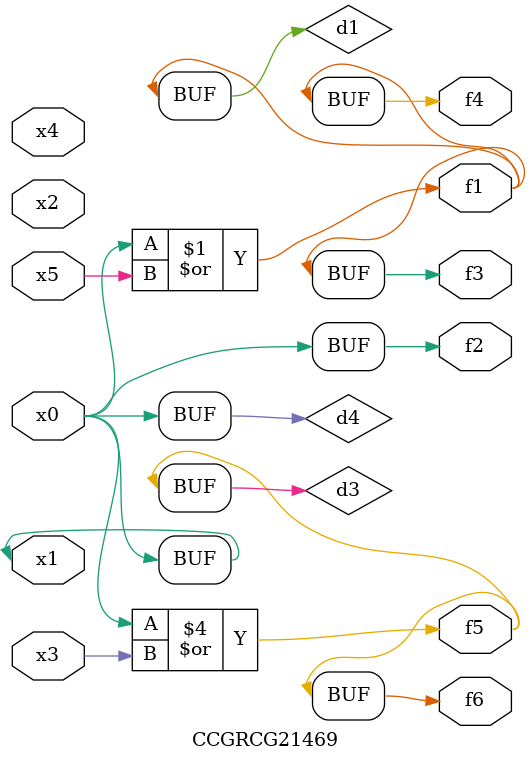
<source format=v>
module CCGRCG21469(
	input x0, x1, x2, x3, x4, x5,
	output f1, f2, f3, f4, f5, f6
);

	wire d1, d2, d3, d4;

	or (d1, x0, x5);
	xnor (d2, x1, x4);
	or (d3, x0, x3);
	buf (d4, x0, x1);
	assign f1 = d1;
	assign f2 = d4;
	assign f3 = d1;
	assign f4 = d1;
	assign f5 = d3;
	assign f6 = d3;
endmodule

</source>
